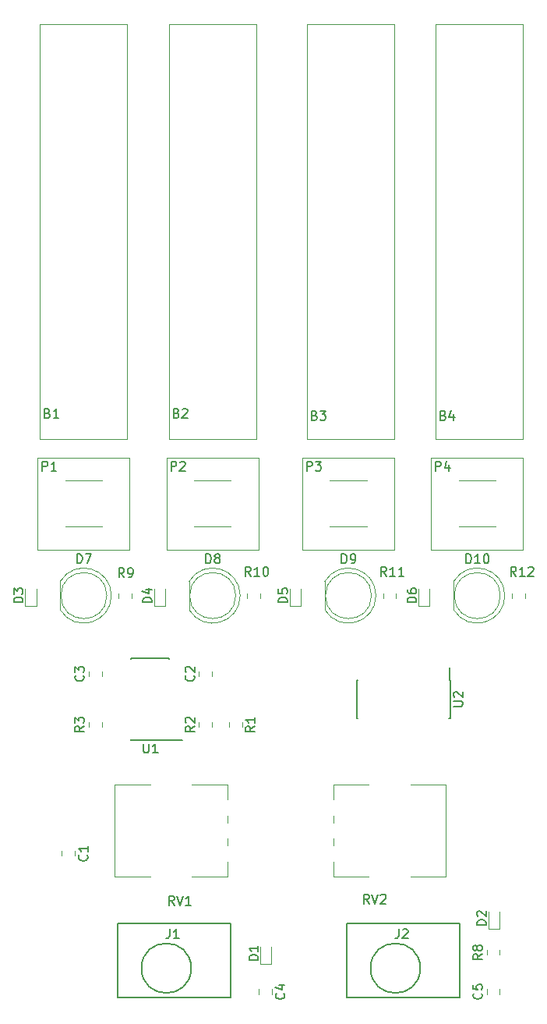
<source format=gbr>
G04 #@! TF.GenerationSoftware,KiCad,Pcbnew,(5.0.2-5-10.14)*
G04 #@! TF.CreationDate,2019-06-16T13:43:50-04:00*
G04 #@! TF.ProjectId,sequencer,73657175-656e-4636-9572-2e6b69636164,rev?*
G04 #@! TF.SameCoordinates,Original*
G04 #@! TF.FileFunction,Legend,Top*
G04 #@! TF.FilePolarity,Positive*
%FSLAX46Y46*%
G04 Gerber Fmt 4.6, Leading zero omitted, Abs format (unit mm)*
G04 Created by KiCad (PCBNEW (5.0.2-5-10.14)) date Sunday, June 16, 2019 at 01:43:50 PM*
%MOMM*%
%LPD*%
G01*
G04 APERTURE LIST*
%ADD10C,0.120000*%
%ADD11C,0.150000*%
G04 APERTURE END LIST*
D10*
G04 #@! TO.C,C1*
X72950000Y-140928948D02*
X72950000Y-141451452D01*
X74370000Y-140928948D02*
X74370000Y-141451452D01*
G04 #@! TO.C,C2*
X87849600Y-121951452D02*
X87849600Y-121428948D01*
X89269600Y-121951452D02*
X89269600Y-121428948D01*
G04 #@! TO.C,C3*
X75849600Y-121951452D02*
X75849600Y-121428948D01*
X77269600Y-121951452D02*
X77269600Y-121428948D01*
G04 #@! TO.C,C4*
X94349600Y-155928948D02*
X94349600Y-156451452D01*
X95769600Y-155928948D02*
X95769600Y-156451452D01*
G04 #@! TO.C,C5*
X120519600Y-156451452D02*
X120519600Y-155928948D01*
X119099600Y-156451452D02*
X119099600Y-155928948D01*
G04 #@! TO.C,D7*
X72769600Y-111645200D02*
X72769600Y-114735200D01*
X77829600Y-113190200D02*
G75*
G03X77829600Y-113190200I-2500000J0D01*
G01*
X78319600Y-113189738D02*
G75*
G02X72769600Y-114735030I-2990000J-462D01*
G01*
X78319600Y-113190662D02*
G75*
G03X72769600Y-111645370I-2990000J462D01*
G01*
G04 #@! TO.C,D8*
X92319600Y-113190662D02*
G75*
G03X86769600Y-111645370I-2990000J462D01*
G01*
X92319600Y-113189738D02*
G75*
G02X86769600Y-114735030I-2990000J-462D01*
G01*
X91829600Y-113190200D02*
G75*
G03X91829600Y-113190200I-2500000J0D01*
G01*
X86769600Y-111645200D02*
X86769600Y-114735200D01*
G04 #@! TO.C,D9*
X107069600Y-113190662D02*
G75*
G03X101519600Y-111645370I-2990000J462D01*
G01*
X107069600Y-113189738D02*
G75*
G02X101519600Y-114735030I-2990000J-462D01*
G01*
X106579600Y-113190200D02*
G75*
G03X106579600Y-113190200I-2500000J0D01*
G01*
X101519600Y-111645200D02*
X101519600Y-114735200D01*
G04 #@! TO.C,D10*
X115519600Y-111645200D02*
X115519600Y-114735200D01*
X120579600Y-113190200D02*
G75*
G03X120579600Y-113190200I-2500000J0D01*
G01*
X121069600Y-113189738D02*
G75*
G02X115519600Y-114735030I-2990000J-462D01*
G01*
X121069600Y-113190662D02*
G75*
G03X115519600Y-111645370I-2990000J462D01*
G01*
G04 #@! TO.C,P1*
X70559600Y-96190200D02*
X80059600Y-96190200D01*
X80059600Y-96190200D02*
X80059600Y-51190200D01*
X80059600Y-51190200D02*
X70559600Y-51190200D01*
X70559600Y-51190200D02*
X70559600Y-96190200D01*
G04 #@! TO.C,P2*
X84559600Y-96190200D02*
X94059600Y-96190200D01*
X94059600Y-96190200D02*
X94059600Y-51190200D01*
X94059600Y-51190200D02*
X84559600Y-51190200D01*
X84559600Y-51190200D02*
X84559600Y-96190200D01*
G04 #@! TO.C,P3*
X99559600Y-51190200D02*
X99559600Y-96190200D01*
X109059600Y-51190200D02*
X99559600Y-51190200D01*
X109059600Y-96190200D02*
X109059600Y-51190200D01*
X99559600Y-96190200D02*
X109059600Y-96190200D01*
G04 #@! TO.C,P4*
X113559600Y-51190200D02*
X113559600Y-96190200D01*
X123059600Y-51190200D02*
X113559600Y-51190200D01*
X123059600Y-96190200D02*
X123059600Y-51190200D01*
X113559600Y-96190200D02*
X123059600Y-96190200D01*
G04 #@! TO.C,R1*
X92519600Y-126928948D02*
X92519600Y-127451452D01*
X91099600Y-126928948D02*
X91099600Y-127451452D01*
G04 #@! TO.C,R2*
X89269600Y-127451452D02*
X89269600Y-126928948D01*
X87849600Y-127451452D02*
X87849600Y-126928948D01*
G04 #@! TO.C,R3*
X77269600Y-127451452D02*
X77269600Y-126928948D01*
X75849600Y-127451452D02*
X75849600Y-126928948D01*
G04 #@! TO.C,R8*
X119099600Y-152201452D02*
X119099600Y-151678948D01*
X120519600Y-152201452D02*
X120519600Y-151678948D01*
G04 #@! TO.C,R9*
X80519600Y-112928948D02*
X80519600Y-113451452D01*
X79099600Y-112928948D02*
X79099600Y-113451452D01*
G04 #@! TO.C,R10*
X94519600Y-112928948D02*
X94519600Y-113451452D01*
X93099600Y-112928948D02*
X93099600Y-113451452D01*
G04 #@! TO.C,R11*
X107849600Y-112928948D02*
X107849600Y-113451452D01*
X109269600Y-112928948D02*
X109269600Y-113451452D01*
G04 #@! TO.C,R12*
X121849600Y-112928948D02*
X121849600Y-113451452D01*
X123269600Y-112928948D02*
X123269600Y-113451452D01*
G04 #@! TO.C,RV1*
X90929600Y-143660200D02*
X87064600Y-143660200D01*
X82554600Y-143660200D02*
X78689600Y-143660200D01*
X90929600Y-133720200D02*
X87064600Y-133720200D01*
X82554600Y-133720200D02*
X78689600Y-133720200D01*
X90929600Y-143660200D02*
X90929600Y-142061200D01*
X90929600Y-140319200D02*
X90929600Y-139560200D01*
X90929600Y-137819200D02*
X90929600Y-137060200D01*
X90929600Y-135320200D02*
X90929600Y-133720200D01*
X78689600Y-143660200D02*
X78689600Y-133720200D01*
G04 #@! TO.C,RV2*
X114679600Y-133720200D02*
X114679600Y-143660200D01*
X102439600Y-142060200D02*
X102439600Y-143660200D01*
X102439600Y-139561200D02*
X102439600Y-140320200D01*
X102439600Y-137061200D02*
X102439600Y-137820200D01*
X102439600Y-133720200D02*
X102439600Y-135319200D01*
X110814600Y-143660200D02*
X114679600Y-143660200D01*
X102439600Y-143660200D02*
X106304600Y-143660200D01*
X110814600Y-133720200D02*
X114679600Y-133720200D01*
X102439600Y-133720200D02*
X106304600Y-133720200D01*
D11*
G04 #@! TO.C,U1*
X84634600Y-128890200D02*
X84634600Y-128865200D01*
X80484600Y-128890200D02*
X80484600Y-128775200D01*
X80484600Y-119990200D02*
X80484600Y-120105200D01*
X84634600Y-119990200D02*
X84634600Y-120105200D01*
X84634600Y-128890200D02*
X80484600Y-128890200D01*
X84634600Y-119990200D02*
X80484600Y-119990200D01*
X84634600Y-128865200D02*
X86009600Y-128865200D01*
G04 #@! TO.C,U2*
X115134600Y-122365200D02*
X115109600Y-122365200D01*
X115134600Y-126515200D02*
X115029600Y-126515200D01*
X104984600Y-126515200D02*
X105089600Y-126515200D01*
X104984600Y-122365200D02*
X105089600Y-122365200D01*
X115134600Y-122365200D02*
X115134600Y-126515200D01*
X104984600Y-122365200D02*
X104984600Y-126515200D01*
X115109600Y-122365200D02*
X115109600Y-120990200D01*
D10*
G04 #@! TO.C,B1*
X70309600Y-100690200D02*
X70309600Y-108190200D01*
X70309600Y-108190200D02*
X80309600Y-108190200D01*
X80309600Y-108190200D02*
X80309600Y-98190200D01*
X80309600Y-98190200D02*
X70309600Y-98190200D01*
X70309600Y-98190200D02*
X70309600Y-100690200D01*
X77309600Y-100690200D02*
X73309600Y-100690200D01*
X77309600Y-105690200D02*
X73309600Y-105690200D01*
G04 #@! TO.C,B2*
X84309600Y-100690200D02*
X84309600Y-108190200D01*
X84309600Y-108190200D02*
X94309600Y-108190200D01*
X94309600Y-108190200D02*
X94309600Y-98190200D01*
X94309600Y-98190200D02*
X84309600Y-98190200D01*
X84309600Y-98190200D02*
X84309600Y-100690200D01*
X91309600Y-100690200D02*
X87309600Y-100690200D01*
X91309600Y-105690200D02*
X87309600Y-105690200D01*
G04 #@! TO.C,B3*
X106059600Y-105690200D02*
X102059600Y-105690200D01*
X106059600Y-100690200D02*
X102059600Y-100690200D01*
X99059600Y-98190200D02*
X99059600Y-100690200D01*
X109059600Y-98190200D02*
X99059600Y-98190200D01*
X109059600Y-108190200D02*
X109059600Y-98190200D01*
X99059600Y-108190200D02*
X109059600Y-108190200D01*
X99059600Y-100690200D02*
X99059600Y-108190200D01*
G04 #@! TO.C,B4*
X120059600Y-105690200D02*
X116059600Y-105690200D01*
X120059600Y-100690200D02*
X116059600Y-100690200D01*
X113059600Y-98190200D02*
X113059600Y-100690200D01*
X123059600Y-98190200D02*
X113059600Y-98190200D01*
X123059600Y-108190200D02*
X123059600Y-98190200D01*
X113059600Y-108190200D02*
X123059600Y-108190200D01*
X113059600Y-100690200D02*
X113059600Y-108190200D01*
G04 #@! TO.C,D1*
X94523000Y-153169000D02*
X95723000Y-153169000D01*
X94523000Y-151319000D02*
X94523000Y-153169000D01*
X95723000Y-151319000D02*
X95723000Y-153169000D01*
G04 #@! TO.C,D2*
X120488000Y-147509000D02*
X120488000Y-149359000D01*
X119288000Y-147509000D02*
X119288000Y-149359000D01*
X119288000Y-149359000D02*
X120488000Y-149359000D01*
G04 #@! TO.C,D3*
X68959600Y-114340200D02*
X70159600Y-114340200D01*
X68959600Y-112490200D02*
X68959600Y-114340200D01*
X70159600Y-112490200D02*
X70159600Y-114340200D01*
G04 #@! TO.C,D4*
X82959600Y-114340200D02*
X84159600Y-114340200D01*
X82959600Y-112490200D02*
X82959600Y-114340200D01*
X84159600Y-112490200D02*
X84159600Y-114340200D01*
G04 #@! TO.C,D5*
X98909600Y-112490200D02*
X98909600Y-114340200D01*
X97709600Y-112490200D02*
X97709600Y-114340200D01*
X97709600Y-114340200D02*
X98909600Y-114340200D01*
G04 #@! TO.C,D6*
X112909600Y-112490200D02*
X112909600Y-114340200D01*
X111709600Y-112490200D02*
X111709600Y-114340200D01*
X111709600Y-114340200D02*
X112909600Y-114340200D01*
D11*
G04 #@! TO.C,J1*
X86992000Y-153641000D02*
G75*
G03X86992000Y-153641000I-2700000J0D01*
G01*
X91292000Y-156841000D02*
X91292000Y-148741000D01*
X78992000Y-156841000D02*
X91292000Y-156841000D01*
X78992000Y-148741000D02*
X78992000Y-156841000D01*
X91292000Y-148741000D02*
X78992000Y-148741000D01*
G04 #@! TO.C,J2*
X116184000Y-148741000D02*
X103884000Y-148741000D01*
X103884000Y-148741000D02*
X103884000Y-156841000D01*
X103884000Y-156841000D02*
X116184000Y-156841000D01*
X116184000Y-156841000D02*
X116184000Y-148741000D01*
X111884000Y-153641000D02*
G75*
G03X111884000Y-153641000I-2700000J0D01*
G01*
G04 #@! TO.C,C1*
X75667142Y-141356866D02*
X75714761Y-141404485D01*
X75762380Y-141547342D01*
X75762380Y-141642580D01*
X75714761Y-141785438D01*
X75619523Y-141880676D01*
X75524285Y-141928295D01*
X75333809Y-141975914D01*
X75190952Y-141975914D01*
X75000476Y-141928295D01*
X74905238Y-141880676D01*
X74810000Y-141785438D01*
X74762380Y-141642580D01*
X74762380Y-141547342D01*
X74810000Y-141404485D01*
X74857619Y-141356866D01*
X75762380Y-140404485D02*
X75762380Y-140975914D01*
X75762380Y-140690200D02*
X74762380Y-140690200D01*
X74905238Y-140785438D01*
X75000476Y-140880676D01*
X75048095Y-140975914D01*
G04 #@! TO.C,C2*
X87266742Y-121856866D02*
X87314361Y-121904485D01*
X87361980Y-122047342D01*
X87361980Y-122142580D01*
X87314361Y-122285438D01*
X87219123Y-122380676D01*
X87123885Y-122428295D01*
X86933409Y-122475914D01*
X86790552Y-122475914D01*
X86600076Y-122428295D01*
X86504838Y-122380676D01*
X86409600Y-122285438D01*
X86361980Y-122142580D01*
X86361980Y-122047342D01*
X86409600Y-121904485D01*
X86457219Y-121856866D01*
X86457219Y-121475914D02*
X86409600Y-121428295D01*
X86361980Y-121333057D01*
X86361980Y-121094961D01*
X86409600Y-120999723D01*
X86457219Y-120952104D01*
X86552457Y-120904485D01*
X86647695Y-120904485D01*
X86790552Y-120952104D01*
X87361980Y-121523533D01*
X87361980Y-120904485D01*
G04 #@! TO.C,C3*
X75266742Y-121856866D02*
X75314361Y-121904485D01*
X75361980Y-122047342D01*
X75361980Y-122142580D01*
X75314361Y-122285438D01*
X75219123Y-122380676D01*
X75123885Y-122428295D01*
X74933409Y-122475914D01*
X74790552Y-122475914D01*
X74600076Y-122428295D01*
X74504838Y-122380676D01*
X74409600Y-122285438D01*
X74361980Y-122142580D01*
X74361980Y-122047342D01*
X74409600Y-121904485D01*
X74457219Y-121856866D01*
X74361980Y-121523533D02*
X74361980Y-120904485D01*
X74742933Y-121237819D01*
X74742933Y-121094961D01*
X74790552Y-120999723D01*
X74838171Y-120952104D01*
X74933409Y-120904485D01*
X75171504Y-120904485D01*
X75266742Y-120952104D01*
X75314361Y-120999723D01*
X75361980Y-121094961D01*
X75361980Y-121380676D01*
X75314361Y-121475914D01*
X75266742Y-121523533D01*
G04 #@! TO.C,C4*
X97066742Y-156356866D02*
X97114361Y-156404485D01*
X97161980Y-156547342D01*
X97161980Y-156642580D01*
X97114361Y-156785438D01*
X97019123Y-156880676D01*
X96923885Y-156928295D01*
X96733409Y-156975914D01*
X96590552Y-156975914D01*
X96400076Y-156928295D01*
X96304838Y-156880676D01*
X96209600Y-156785438D01*
X96161980Y-156642580D01*
X96161980Y-156547342D01*
X96209600Y-156404485D01*
X96257219Y-156356866D01*
X96495314Y-155499723D02*
X97161980Y-155499723D01*
X96114361Y-155737819D02*
X96828647Y-155975914D01*
X96828647Y-155356866D01*
G04 #@! TO.C,C5*
X118516742Y-156356866D02*
X118564361Y-156404485D01*
X118611980Y-156547342D01*
X118611980Y-156642580D01*
X118564361Y-156785438D01*
X118469123Y-156880676D01*
X118373885Y-156928295D01*
X118183409Y-156975914D01*
X118040552Y-156975914D01*
X117850076Y-156928295D01*
X117754838Y-156880676D01*
X117659600Y-156785438D01*
X117611980Y-156642580D01*
X117611980Y-156547342D01*
X117659600Y-156404485D01*
X117707219Y-156356866D01*
X117611980Y-155452104D02*
X117611980Y-155928295D01*
X118088171Y-155975914D01*
X118040552Y-155928295D01*
X117992933Y-155833057D01*
X117992933Y-155594961D01*
X118040552Y-155499723D01*
X118088171Y-155452104D01*
X118183409Y-155404485D01*
X118421504Y-155404485D01*
X118516742Y-155452104D01*
X118564361Y-155499723D01*
X118611980Y-155594961D01*
X118611980Y-155833057D01*
X118564361Y-155928295D01*
X118516742Y-155975914D01*
G04 #@! TO.C,D7*
X74591504Y-109682580D02*
X74591504Y-108682580D01*
X74829600Y-108682580D01*
X74972457Y-108730200D01*
X75067695Y-108825438D01*
X75115314Y-108920676D01*
X75162933Y-109111152D01*
X75162933Y-109254009D01*
X75115314Y-109444485D01*
X75067695Y-109539723D01*
X74972457Y-109634961D01*
X74829600Y-109682580D01*
X74591504Y-109682580D01*
X75496266Y-108682580D02*
X76162933Y-108682580D01*
X75734361Y-109682580D01*
G04 #@! TO.C,D8*
X88591504Y-109682580D02*
X88591504Y-108682580D01*
X88829600Y-108682580D01*
X88972457Y-108730200D01*
X89067695Y-108825438D01*
X89115314Y-108920676D01*
X89162933Y-109111152D01*
X89162933Y-109254009D01*
X89115314Y-109444485D01*
X89067695Y-109539723D01*
X88972457Y-109634961D01*
X88829600Y-109682580D01*
X88591504Y-109682580D01*
X89734361Y-109111152D02*
X89639123Y-109063533D01*
X89591504Y-109015914D01*
X89543885Y-108920676D01*
X89543885Y-108873057D01*
X89591504Y-108777819D01*
X89639123Y-108730200D01*
X89734361Y-108682580D01*
X89924838Y-108682580D01*
X90020076Y-108730200D01*
X90067695Y-108777819D01*
X90115314Y-108873057D01*
X90115314Y-108920676D01*
X90067695Y-109015914D01*
X90020076Y-109063533D01*
X89924838Y-109111152D01*
X89734361Y-109111152D01*
X89639123Y-109158771D01*
X89591504Y-109206390D01*
X89543885Y-109301628D01*
X89543885Y-109492104D01*
X89591504Y-109587342D01*
X89639123Y-109634961D01*
X89734361Y-109682580D01*
X89924838Y-109682580D01*
X90020076Y-109634961D01*
X90067695Y-109587342D01*
X90115314Y-109492104D01*
X90115314Y-109301628D01*
X90067695Y-109206390D01*
X90020076Y-109158771D01*
X89924838Y-109111152D01*
G04 #@! TO.C,D9*
X103341504Y-109682580D02*
X103341504Y-108682580D01*
X103579600Y-108682580D01*
X103722457Y-108730200D01*
X103817695Y-108825438D01*
X103865314Y-108920676D01*
X103912933Y-109111152D01*
X103912933Y-109254009D01*
X103865314Y-109444485D01*
X103817695Y-109539723D01*
X103722457Y-109634961D01*
X103579600Y-109682580D01*
X103341504Y-109682580D01*
X104389123Y-109682580D02*
X104579600Y-109682580D01*
X104674838Y-109634961D01*
X104722457Y-109587342D01*
X104817695Y-109444485D01*
X104865314Y-109254009D01*
X104865314Y-108873057D01*
X104817695Y-108777819D01*
X104770076Y-108730200D01*
X104674838Y-108682580D01*
X104484361Y-108682580D01*
X104389123Y-108730200D01*
X104341504Y-108777819D01*
X104293885Y-108873057D01*
X104293885Y-109111152D01*
X104341504Y-109206390D01*
X104389123Y-109254009D01*
X104484361Y-109301628D01*
X104674838Y-109301628D01*
X104770076Y-109254009D01*
X104817695Y-109206390D01*
X104865314Y-109111152D01*
G04 #@! TO.C,D10*
X116865314Y-109682580D02*
X116865314Y-108682580D01*
X117103409Y-108682580D01*
X117246266Y-108730200D01*
X117341504Y-108825438D01*
X117389123Y-108920676D01*
X117436742Y-109111152D01*
X117436742Y-109254009D01*
X117389123Y-109444485D01*
X117341504Y-109539723D01*
X117246266Y-109634961D01*
X117103409Y-109682580D01*
X116865314Y-109682580D01*
X118389123Y-109682580D02*
X117817695Y-109682580D01*
X118103409Y-109682580D02*
X118103409Y-108682580D01*
X118008171Y-108825438D01*
X117912933Y-108920676D01*
X117817695Y-108968295D01*
X119008171Y-108682580D02*
X119103409Y-108682580D01*
X119198647Y-108730200D01*
X119246266Y-108777819D01*
X119293885Y-108873057D01*
X119341504Y-109063533D01*
X119341504Y-109301628D01*
X119293885Y-109492104D01*
X119246266Y-109587342D01*
X119198647Y-109634961D01*
X119103409Y-109682580D01*
X119008171Y-109682580D01*
X118912933Y-109634961D01*
X118865314Y-109587342D01*
X118817695Y-109492104D01*
X118770076Y-109301628D01*
X118770076Y-109063533D01*
X118817695Y-108873057D01*
X118865314Y-108777819D01*
X118912933Y-108730200D01*
X119008171Y-108682580D01*
G04 #@! TO.C,P1*
X70821504Y-99642580D02*
X70821504Y-98642580D01*
X71202457Y-98642580D01*
X71297695Y-98690200D01*
X71345314Y-98737819D01*
X71392933Y-98833057D01*
X71392933Y-98975914D01*
X71345314Y-99071152D01*
X71297695Y-99118771D01*
X71202457Y-99166390D01*
X70821504Y-99166390D01*
X72345314Y-99642580D02*
X71773885Y-99642580D01*
X72059600Y-99642580D02*
X72059600Y-98642580D01*
X71964361Y-98785438D01*
X71869123Y-98880676D01*
X71773885Y-98928295D01*
G04 #@! TO.C,P2*
X84821504Y-99642580D02*
X84821504Y-98642580D01*
X85202457Y-98642580D01*
X85297695Y-98690200D01*
X85345314Y-98737819D01*
X85392933Y-98833057D01*
X85392933Y-98975914D01*
X85345314Y-99071152D01*
X85297695Y-99118771D01*
X85202457Y-99166390D01*
X84821504Y-99166390D01*
X85773885Y-98737819D02*
X85821504Y-98690200D01*
X85916742Y-98642580D01*
X86154838Y-98642580D01*
X86250076Y-98690200D01*
X86297695Y-98737819D01*
X86345314Y-98833057D01*
X86345314Y-98928295D01*
X86297695Y-99071152D01*
X85726266Y-99642580D01*
X86345314Y-99642580D01*
G04 #@! TO.C,P3*
X99571504Y-99642580D02*
X99571504Y-98642580D01*
X99952457Y-98642580D01*
X100047695Y-98690200D01*
X100095314Y-98737819D01*
X100142933Y-98833057D01*
X100142933Y-98975914D01*
X100095314Y-99071152D01*
X100047695Y-99118771D01*
X99952457Y-99166390D01*
X99571504Y-99166390D01*
X100476266Y-98642580D02*
X101095314Y-98642580D01*
X100761980Y-99023533D01*
X100904838Y-99023533D01*
X101000076Y-99071152D01*
X101047695Y-99118771D01*
X101095314Y-99214009D01*
X101095314Y-99452104D01*
X101047695Y-99547342D01*
X101000076Y-99594961D01*
X100904838Y-99642580D01*
X100619123Y-99642580D01*
X100523885Y-99594961D01*
X100476266Y-99547342D01*
G04 #@! TO.C,P4*
X113571504Y-99642580D02*
X113571504Y-98642580D01*
X113952457Y-98642580D01*
X114047695Y-98690200D01*
X114095314Y-98737819D01*
X114142933Y-98833057D01*
X114142933Y-98975914D01*
X114095314Y-99071152D01*
X114047695Y-99118771D01*
X113952457Y-99166390D01*
X113571504Y-99166390D01*
X115000076Y-98975914D02*
X115000076Y-99642580D01*
X114761980Y-98594961D02*
X114523885Y-99309247D01*
X115142933Y-99309247D01*
G04 #@! TO.C,R1*
X93911980Y-127356866D02*
X93435790Y-127690200D01*
X93911980Y-127928295D02*
X92911980Y-127928295D01*
X92911980Y-127547342D01*
X92959600Y-127452104D01*
X93007219Y-127404485D01*
X93102457Y-127356866D01*
X93245314Y-127356866D01*
X93340552Y-127404485D01*
X93388171Y-127452104D01*
X93435790Y-127547342D01*
X93435790Y-127928295D01*
X93911980Y-126404485D02*
X93911980Y-126975914D01*
X93911980Y-126690200D02*
X92911980Y-126690200D01*
X93054838Y-126785438D01*
X93150076Y-126880676D01*
X93197695Y-126975914D01*
G04 #@! TO.C,R2*
X87361980Y-127356866D02*
X86885790Y-127690200D01*
X87361980Y-127928295D02*
X86361980Y-127928295D01*
X86361980Y-127547342D01*
X86409600Y-127452104D01*
X86457219Y-127404485D01*
X86552457Y-127356866D01*
X86695314Y-127356866D01*
X86790552Y-127404485D01*
X86838171Y-127452104D01*
X86885790Y-127547342D01*
X86885790Y-127928295D01*
X86457219Y-126975914D02*
X86409600Y-126928295D01*
X86361980Y-126833057D01*
X86361980Y-126594961D01*
X86409600Y-126499723D01*
X86457219Y-126452104D01*
X86552457Y-126404485D01*
X86647695Y-126404485D01*
X86790552Y-126452104D01*
X87361980Y-127023533D01*
X87361980Y-126404485D01*
G04 #@! TO.C,R3*
X75361980Y-127356866D02*
X74885790Y-127690200D01*
X75361980Y-127928295D02*
X74361980Y-127928295D01*
X74361980Y-127547342D01*
X74409600Y-127452104D01*
X74457219Y-127404485D01*
X74552457Y-127356866D01*
X74695314Y-127356866D01*
X74790552Y-127404485D01*
X74838171Y-127452104D01*
X74885790Y-127547342D01*
X74885790Y-127928295D01*
X74361980Y-127023533D02*
X74361980Y-126404485D01*
X74742933Y-126737819D01*
X74742933Y-126594961D01*
X74790552Y-126499723D01*
X74838171Y-126452104D01*
X74933409Y-126404485D01*
X75171504Y-126404485D01*
X75266742Y-126452104D01*
X75314361Y-126499723D01*
X75361980Y-126594961D01*
X75361980Y-126880676D01*
X75314361Y-126975914D01*
X75266742Y-127023533D01*
G04 #@! TO.C,R8*
X118611980Y-152106866D02*
X118135790Y-152440200D01*
X118611980Y-152678295D02*
X117611980Y-152678295D01*
X117611980Y-152297342D01*
X117659600Y-152202104D01*
X117707219Y-152154485D01*
X117802457Y-152106866D01*
X117945314Y-152106866D01*
X118040552Y-152154485D01*
X118088171Y-152202104D01*
X118135790Y-152297342D01*
X118135790Y-152678295D01*
X118040552Y-151535438D02*
X117992933Y-151630676D01*
X117945314Y-151678295D01*
X117850076Y-151725914D01*
X117802457Y-151725914D01*
X117707219Y-151678295D01*
X117659600Y-151630676D01*
X117611980Y-151535438D01*
X117611980Y-151344961D01*
X117659600Y-151249723D01*
X117707219Y-151202104D01*
X117802457Y-151154485D01*
X117850076Y-151154485D01*
X117945314Y-151202104D01*
X117992933Y-151249723D01*
X118040552Y-151344961D01*
X118040552Y-151535438D01*
X118088171Y-151630676D01*
X118135790Y-151678295D01*
X118231028Y-151725914D01*
X118421504Y-151725914D01*
X118516742Y-151678295D01*
X118564361Y-151630676D01*
X118611980Y-151535438D01*
X118611980Y-151344961D01*
X118564361Y-151249723D01*
X118516742Y-151202104D01*
X118421504Y-151154485D01*
X118231028Y-151154485D01*
X118135790Y-151202104D01*
X118088171Y-151249723D01*
X118040552Y-151344961D01*
G04 #@! TO.C,R9*
X79716333Y-111196380D02*
X79383000Y-110720190D01*
X79144904Y-111196380D02*
X79144904Y-110196380D01*
X79525857Y-110196380D01*
X79621095Y-110244000D01*
X79668714Y-110291619D01*
X79716333Y-110386857D01*
X79716333Y-110529714D01*
X79668714Y-110624952D01*
X79621095Y-110672571D01*
X79525857Y-110720190D01*
X79144904Y-110720190D01*
X80192523Y-111196380D02*
X80383000Y-111196380D01*
X80478238Y-111148761D01*
X80525857Y-111101142D01*
X80621095Y-110958285D01*
X80668714Y-110767809D01*
X80668714Y-110386857D01*
X80621095Y-110291619D01*
X80573476Y-110244000D01*
X80478238Y-110196380D01*
X80287761Y-110196380D01*
X80192523Y-110244000D01*
X80144904Y-110291619D01*
X80097285Y-110386857D01*
X80097285Y-110624952D01*
X80144904Y-110720190D01*
X80192523Y-110767809D01*
X80287761Y-110815428D01*
X80478238Y-110815428D01*
X80573476Y-110767809D01*
X80621095Y-110720190D01*
X80668714Y-110624952D01*
G04 #@! TO.C,R10*
X93464142Y-111069380D02*
X93130809Y-110593190D01*
X92892714Y-111069380D02*
X92892714Y-110069380D01*
X93273666Y-110069380D01*
X93368904Y-110117000D01*
X93416523Y-110164619D01*
X93464142Y-110259857D01*
X93464142Y-110402714D01*
X93416523Y-110497952D01*
X93368904Y-110545571D01*
X93273666Y-110593190D01*
X92892714Y-110593190D01*
X94416523Y-111069380D02*
X93845095Y-111069380D01*
X94130809Y-111069380D02*
X94130809Y-110069380D01*
X94035571Y-110212238D01*
X93940333Y-110307476D01*
X93845095Y-110355095D01*
X95035571Y-110069380D02*
X95130809Y-110069380D01*
X95226047Y-110117000D01*
X95273666Y-110164619D01*
X95321285Y-110259857D01*
X95368904Y-110450333D01*
X95368904Y-110688428D01*
X95321285Y-110878904D01*
X95273666Y-110974142D01*
X95226047Y-111021761D01*
X95130809Y-111069380D01*
X95035571Y-111069380D01*
X94940333Y-111021761D01*
X94892714Y-110974142D01*
X94845095Y-110878904D01*
X94797476Y-110688428D01*
X94797476Y-110450333D01*
X94845095Y-110259857D01*
X94892714Y-110164619D01*
X94940333Y-110117000D01*
X95035571Y-110069380D01*
G04 #@! TO.C,R11*
X108196142Y-111069380D02*
X107862809Y-110593190D01*
X107624714Y-111069380D02*
X107624714Y-110069380D01*
X108005666Y-110069380D01*
X108100904Y-110117000D01*
X108148523Y-110164619D01*
X108196142Y-110259857D01*
X108196142Y-110402714D01*
X108148523Y-110497952D01*
X108100904Y-110545571D01*
X108005666Y-110593190D01*
X107624714Y-110593190D01*
X109148523Y-111069380D02*
X108577095Y-111069380D01*
X108862809Y-111069380D02*
X108862809Y-110069380D01*
X108767571Y-110212238D01*
X108672333Y-110307476D01*
X108577095Y-110355095D01*
X110100904Y-111069380D02*
X109529476Y-111069380D01*
X109815190Y-111069380D02*
X109815190Y-110069380D01*
X109719952Y-110212238D01*
X109624714Y-110307476D01*
X109529476Y-110355095D01*
G04 #@! TO.C,R12*
X122293142Y-111069380D02*
X121959809Y-110593190D01*
X121721714Y-111069380D02*
X121721714Y-110069380D01*
X122102666Y-110069380D01*
X122197904Y-110117000D01*
X122245523Y-110164619D01*
X122293142Y-110259857D01*
X122293142Y-110402714D01*
X122245523Y-110497952D01*
X122197904Y-110545571D01*
X122102666Y-110593190D01*
X121721714Y-110593190D01*
X123245523Y-111069380D02*
X122674095Y-111069380D01*
X122959809Y-111069380D02*
X122959809Y-110069380D01*
X122864571Y-110212238D01*
X122769333Y-110307476D01*
X122674095Y-110355095D01*
X123626476Y-110164619D02*
X123674095Y-110117000D01*
X123769333Y-110069380D01*
X124007428Y-110069380D01*
X124102666Y-110117000D01*
X124150285Y-110164619D01*
X124197904Y-110259857D01*
X124197904Y-110355095D01*
X124150285Y-110497952D01*
X123578857Y-111069380D01*
X124197904Y-111069380D01*
G04 #@! TO.C,RV1*
X85164361Y-146792580D02*
X84831028Y-146316390D01*
X84592933Y-146792580D02*
X84592933Y-145792580D01*
X84973885Y-145792580D01*
X85069123Y-145840200D01*
X85116742Y-145887819D01*
X85164361Y-145983057D01*
X85164361Y-146125914D01*
X85116742Y-146221152D01*
X85069123Y-146268771D01*
X84973885Y-146316390D01*
X84592933Y-146316390D01*
X85450076Y-145792580D02*
X85783409Y-146792580D01*
X86116742Y-145792580D01*
X86973885Y-146792580D02*
X86402457Y-146792580D01*
X86688171Y-146792580D02*
X86688171Y-145792580D01*
X86592933Y-145935438D01*
X86497695Y-146030676D01*
X86402457Y-146078295D01*
G04 #@! TO.C,RV2*
X106338761Y-146629380D02*
X106005428Y-146153190D01*
X105767333Y-146629380D02*
X105767333Y-145629380D01*
X106148285Y-145629380D01*
X106243523Y-145677000D01*
X106291142Y-145724619D01*
X106338761Y-145819857D01*
X106338761Y-145962714D01*
X106291142Y-146057952D01*
X106243523Y-146105571D01*
X106148285Y-146153190D01*
X105767333Y-146153190D01*
X106624476Y-145629380D02*
X106957809Y-146629380D01*
X107291142Y-145629380D01*
X107576857Y-145724619D02*
X107624476Y-145677000D01*
X107719714Y-145629380D01*
X107957809Y-145629380D01*
X108053047Y-145677000D01*
X108100666Y-145724619D01*
X108148285Y-145819857D01*
X108148285Y-145915095D01*
X108100666Y-146057952D01*
X107529238Y-146629380D01*
X108148285Y-146629380D01*
G04 #@! TO.C,U1*
X81797695Y-129267580D02*
X81797695Y-130077104D01*
X81845314Y-130172342D01*
X81892933Y-130219961D01*
X81988171Y-130267580D01*
X82178647Y-130267580D01*
X82273885Y-130219961D01*
X82321504Y-130172342D01*
X82369123Y-130077104D01*
X82369123Y-129267580D01*
X83369123Y-130267580D02*
X82797695Y-130267580D01*
X83083409Y-130267580D02*
X83083409Y-129267580D01*
X82988171Y-129410438D01*
X82892933Y-129505676D01*
X82797695Y-129553295D01*
G04 #@! TO.C,U2*
X115511980Y-125202104D02*
X116321504Y-125202104D01*
X116416742Y-125154485D01*
X116464361Y-125106866D01*
X116511980Y-125011628D01*
X116511980Y-124821152D01*
X116464361Y-124725914D01*
X116416742Y-124678295D01*
X116321504Y-124630676D01*
X115511980Y-124630676D01*
X115607219Y-124202104D02*
X115559600Y-124154485D01*
X115511980Y-124059247D01*
X115511980Y-123821152D01*
X115559600Y-123725914D01*
X115607219Y-123678295D01*
X115702457Y-123630676D01*
X115797695Y-123630676D01*
X115940552Y-123678295D01*
X116511980Y-124249723D01*
X116511980Y-123630676D01*
G04 #@! TO.C,B1*
X71404838Y-93368771D02*
X71547695Y-93416390D01*
X71595314Y-93464009D01*
X71642933Y-93559247D01*
X71642933Y-93702104D01*
X71595314Y-93797342D01*
X71547695Y-93844961D01*
X71452457Y-93892580D01*
X71071504Y-93892580D01*
X71071504Y-92892580D01*
X71404838Y-92892580D01*
X71500076Y-92940200D01*
X71547695Y-92987819D01*
X71595314Y-93083057D01*
X71595314Y-93178295D01*
X71547695Y-93273533D01*
X71500076Y-93321152D01*
X71404838Y-93368771D01*
X71071504Y-93368771D01*
X72595314Y-93892580D02*
X72023885Y-93892580D01*
X72309600Y-93892580D02*
X72309600Y-92892580D01*
X72214361Y-93035438D01*
X72119123Y-93130676D01*
X72023885Y-93178295D01*
G04 #@! TO.C,B2*
X85404838Y-93368771D02*
X85547695Y-93416390D01*
X85595314Y-93464009D01*
X85642933Y-93559247D01*
X85642933Y-93702104D01*
X85595314Y-93797342D01*
X85547695Y-93844961D01*
X85452457Y-93892580D01*
X85071504Y-93892580D01*
X85071504Y-92892580D01*
X85404838Y-92892580D01*
X85500076Y-92940200D01*
X85547695Y-92987819D01*
X85595314Y-93083057D01*
X85595314Y-93178295D01*
X85547695Y-93273533D01*
X85500076Y-93321152D01*
X85404838Y-93368771D01*
X85071504Y-93368771D01*
X86023885Y-92987819D02*
X86071504Y-92940200D01*
X86166742Y-92892580D01*
X86404838Y-92892580D01*
X86500076Y-92940200D01*
X86547695Y-92987819D01*
X86595314Y-93083057D01*
X86595314Y-93178295D01*
X86547695Y-93321152D01*
X85976266Y-93892580D01*
X86595314Y-93892580D01*
G04 #@! TO.C,B3*
X100404838Y-93618771D02*
X100547695Y-93666390D01*
X100595314Y-93714009D01*
X100642933Y-93809247D01*
X100642933Y-93952104D01*
X100595314Y-94047342D01*
X100547695Y-94094961D01*
X100452457Y-94142580D01*
X100071504Y-94142580D01*
X100071504Y-93142580D01*
X100404838Y-93142580D01*
X100500076Y-93190200D01*
X100547695Y-93237819D01*
X100595314Y-93333057D01*
X100595314Y-93428295D01*
X100547695Y-93523533D01*
X100500076Y-93571152D01*
X100404838Y-93618771D01*
X100071504Y-93618771D01*
X100976266Y-93142580D02*
X101595314Y-93142580D01*
X101261980Y-93523533D01*
X101404838Y-93523533D01*
X101500076Y-93571152D01*
X101547695Y-93618771D01*
X101595314Y-93714009D01*
X101595314Y-93952104D01*
X101547695Y-94047342D01*
X101500076Y-94094961D01*
X101404838Y-94142580D01*
X101119123Y-94142580D01*
X101023885Y-94094961D01*
X100976266Y-94047342D01*
G04 #@! TO.C,B4*
X114404838Y-93618771D02*
X114547695Y-93666390D01*
X114595314Y-93714009D01*
X114642933Y-93809247D01*
X114642933Y-93952104D01*
X114595314Y-94047342D01*
X114547695Y-94094961D01*
X114452457Y-94142580D01*
X114071504Y-94142580D01*
X114071504Y-93142580D01*
X114404838Y-93142580D01*
X114500076Y-93190200D01*
X114547695Y-93237819D01*
X114595314Y-93333057D01*
X114595314Y-93428295D01*
X114547695Y-93523533D01*
X114500076Y-93571152D01*
X114404838Y-93618771D01*
X114071504Y-93618771D01*
X115500076Y-93475914D02*
X115500076Y-94142580D01*
X115261980Y-93094961D02*
X115023885Y-93809247D01*
X115642933Y-93809247D01*
G04 #@! TO.C,D1*
X94275380Y-152757095D02*
X93275380Y-152757095D01*
X93275380Y-152519000D01*
X93323000Y-152376142D01*
X93418238Y-152280904D01*
X93513476Y-152233285D01*
X93703952Y-152185666D01*
X93846809Y-152185666D01*
X94037285Y-152233285D01*
X94132523Y-152280904D01*
X94227761Y-152376142D01*
X94275380Y-152519000D01*
X94275380Y-152757095D01*
X94275380Y-151233285D02*
X94275380Y-151804714D01*
X94275380Y-151519000D02*
X93275380Y-151519000D01*
X93418238Y-151614238D01*
X93513476Y-151709476D01*
X93561095Y-151804714D01*
G04 #@! TO.C,D2*
X119040380Y-148947095D02*
X118040380Y-148947095D01*
X118040380Y-148709000D01*
X118088000Y-148566142D01*
X118183238Y-148470904D01*
X118278476Y-148423285D01*
X118468952Y-148375666D01*
X118611809Y-148375666D01*
X118802285Y-148423285D01*
X118897523Y-148470904D01*
X118992761Y-148566142D01*
X119040380Y-148709000D01*
X119040380Y-148947095D01*
X118135619Y-147994714D02*
X118088000Y-147947095D01*
X118040380Y-147851857D01*
X118040380Y-147613761D01*
X118088000Y-147518523D01*
X118135619Y-147470904D01*
X118230857Y-147423285D01*
X118326095Y-147423285D01*
X118468952Y-147470904D01*
X119040380Y-148042333D01*
X119040380Y-147423285D01*
G04 #@! TO.C,D3*
X68711980Y-113928295D02*
X67711980Y-113928295D01*
X67711980Y-113690200D01*
X67759600Y-113547342D01*
X67854838Y-113452104D01*
X67950076Y-113404485D01*
X68140552Y-113356866D01*
X68283409Y-113356866D01*
X68473885Y-113404485D01*
X68569123Y-113452104D01*
X68664361Y-113547342D01*
X68711980Y-113690200D01*
X68711980Y-113928295D01*
X67711980Y-113023533D02*
X67711980Y-112404485D01*
X68092933Y-112737819D01*
X68092933Y-112594961D01*
X68140552Y-112499723D01*
X68188171Y-112452104D01*
X68283409Y-112404485D01*
X68521504Y-112404485D01*
X68616742Y-112452104D01*
X68664361Y-112499723D01*
X68711980Y-112594961D01*
X68711980Y-112880676D01*
X68664361Y-112975914D01*
X68616742Y-113023533D01*
G04 #@! TO.C,D4*
X82711980Y-113928295D02*
X81711980Y-113928295D01*
X81711980Y-113690200D01*
X81759600Y-113547342D01*
X81854838Y-113452104D01*
X81950076Y-113404485D01*
X82140552Y-113356866D01*
X82283409Y-113356866D01*
X82473885Y-113404485D01*
X82569123Y-113452104D01*
X82664361Y-113547342D01*
X82711980Y-113690200D01*
X82711980Y-113928295D01*
X82045314Y-112499723D02*
X82711980Y-112499723D01*
X81664361Y-112737819D02*
X82378647Y-112975914D01*
X82378647Y-112356866D01*
G04 #@! TO.C,D5*
X97461980Y-113928295D02*
X96461980Y-113928295D01*
X96461980Y-113690200D01*
X96509600Y-113547342D01*
X96604838Y-113452104D01*
X96700076Y-113404485D01*
X96890552Y-113356866D01*
X97033409Y-113356866D01*
X97223885Y-113404485D01*
X97319123Y-113452104D01*
X97414361Y-113547342D01*
X97461980Y-113690200D01*
X97461980Y-113928295D01*
X96461980Y-112452104D02*
X96461980Y-112928295D01*
X96938171Y-112975914D01*
X96890552Y-112928295D01*
X96842933Y-112833057D01*
X96842933Y-112594961D01*
X96890552Y-112499723D01*
X96938171Y-112452104D01*
X97033409Y-112404485D01*
X97271504Y-112404485D01*
X97366742Y-112452104D01*
X97414361Y-112499723D01*
X97461980Y-112594961D01*
X97461980Y-112833057D01*
X97414361Y-112928295D01*
X97366742Y-112975914D01*
G04 #@! TO.C,D6*
X111461980Y-113928295D02*
X110461980Y-113928295D01*
X110461980Y-113690200D01*
X110509600Y-113547342D01*
X110604838Y-113452104D01*
X110700076Y-113404485D01*
X110890552Y-113356866D01*
X111033409Y-113356866D01*
X111223885Y-113404485D01*
X111319123Y-113452104D01*
X111414361Y-113547342D01*
X111461980Y-113690200D01*
X111461980Y-113928295D01*
X110461980Y-112499723D02*
X110461980Y-112690200D01*
X110509600Y-112785438D01*
X110557219Y-112833057D01*
X110700076Y-112928295D01*
X110890552Y-112975914D01*
X111271504Y-112975914D01*
X111366742Y-112928295D01*
X111414361Y-112880676D01*
X111461980Y-112785438D01*
X111461980Y-112594961D01*
X111414361Y-112499723D01*
X111366742Y-112452104D01*
X111271504Y-112404485D01*
X111033409Y-112404485D01*
X110938171Y-112452104D01*
X110890552Y-112499723D01*
X110842933Y-112594961D01*
X110842933Y-112785438D01*
X110890552Y-112880676D01*
X110938171Y-112928295D01*
X111033409Y-112975914D01*
G04 #@! TO.C,J1*
X84658666Y-149393380D02*
X84658666Y-150107666D01*
X84611047Y-150250523D01*
X84515809Y-150345761D01*
X84372952Y-150393380D01*
X84277714Y-150393380D01*
X85658666Y-150393380D02*
X85087238Y-150393380D01*
X85372952Y-150393380D02*
X85372952Y-149393380D01*
X85277714Y-149536238D01*
X85182476Y-149631476D01*
X85087238Y-149679095D01*
G04 #@! TO.C,J2*
X109550666Y-149393380D02*
X109550666Y-150107666D01*
X109503047Y-150250523D01*
X109407809Y-150345761D01*
X109264952Y-150393380D01*
X109169714Y-150393380D01*
X109979238Y-149488619D02*
X110026857Y-149441000D01*
X110122095Y-149393380D01*
X110360190Y-149393380D01*
X110455428Y-149441000D01*
X110503047Y-149488619D01*
X110550666Y-149583857D01*
X110550666Y-149679095D01*
X110503047Y-149821952D01*
X109931619Y-150393380D01*
X110550666Y-150393380D01*
G04 #@! TD*
M02*

</source>
